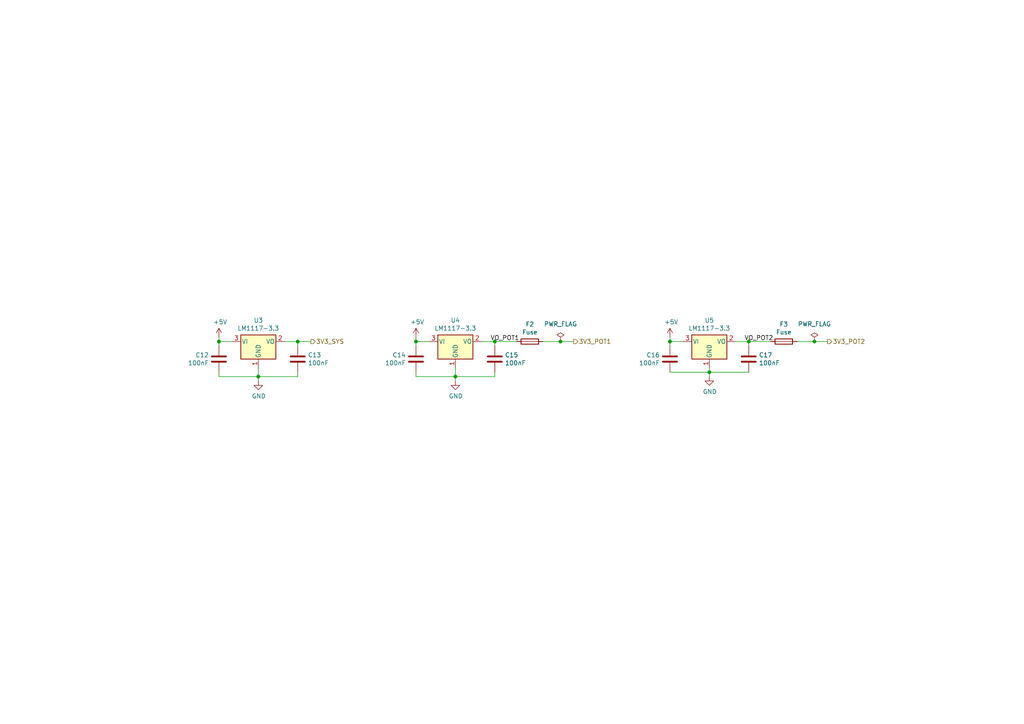
<source format=kicad_sch>
(kicad_sch (version 20230121) (generator eeschema)
  (paper "A4")
  (title_block (company "PUT Motorsport") (comment 1 "Patryk Gawron"))
  (lib_symbols
    (symbol "Device:C" (pin_numbers hide) (pin_names (offset 0.254))
      (property "Reference" "C" (at 0.635 2.54 0))
      (property "Value" "C" (at 0.635 -2.54 0))
      (symbol "C_0_1"
        (polyline (pts (xy -2.032 -0.762) (xy 2.032 -0.762)) (stroke (width 0.508)))
        (polyline (pts (xy -2.032 0.762) (xy 2.032 0.762)) (stroke (width 0.508)))
      )
      (symbol "C_1_1"
        (pin passive line (at 0 3.81 270) (length 2.794) (name "~") (number "1"))
        (pin passive line (at 0 -3.81 90) (length 2.794) (name "~") (number "2"))
      )
    )
    (symbol "Device:Fuse" (pin_numbers hide) (pin_names (offset 0))
      (property "Reference" "F" (at 2.032 0 90))
      (property "Value" "Fuse" (at -1.905 0 90))
      (symbol "Fuse_0_1"
        (rectangle (start -0.762 -2.54) (end 0.762 2.54) (stroke (width 0.254)))
        (polyline (pts (xy 0 2.54) (xy 0 -2.54)))
      )
      (symbol "Fuse_1_1"
        (pin passive line (at 0 3.81 270) (length 1.27) (name "~") (number "1"))
        (pin passive line (at 0 -3.81 90) (length 1.27) (name "~") (number "2"))
      )
    )
    (symbol "Regulator_Linear:LM1117-3.3" (pin_names (offset 0.254))
      (property "Reference" "U" (at -3.81 3.175 0))
      (property "Value" "LM1117-3.3" (at 0 3.175 0))
      (symbol "LM1117-3.3_0_1"
        (rectangle (start -5.08 -5.08) (end 5.08 1.905) (stroke (width 0.254)) (fill (type background)))
      )
      (symbol "LM1117-3.3_1_1"
        (pin power_in line (at 0 -7.62 90) (length 2.54) (name "GND") (number "1"))
        (pin power_out line (at 7.62 0 180) (length 2.54) (name "VO") (number "2"))
        (pin power_in line (at -7.62 0 0) (length 2.54) (name "VI") (number "3"))
      )
    )
    (symbol "power:+5V" (power) (pin_names (offset 0))
      (property "Value" "+5V" (at 0 3.556 0))
      (symbol "+5V_0_1"
        (polyline (pts (xy -0.762 1.27) (xy 0 2.54)))
        (polyline (pts (xy 0 0) (xy 0 2.54)))
        (polyline (pts (xy 0 2.54) (xy 0.762 1.27)))
      )
      (symbol "+5V_1_1"
        (pin power_in line (at 0 0 90) (length 0) hide (name "+5V") (number "1"))
      )
    )
    (symbol "power:GND" (power) (pin_names (offset 0))
      (property "Value" "GND" (at 0 -3.81 0))
      (symbol "GND_0_1"
        (polyline (pts (xy 0 0) (xy 0 -1.27) (xy 1.27 -1.27) (xy 0 -2.54) (xy -1.27 -1.27) (xy 0 -1.27)))
      )
      (symbol "GND_1_1"
        (pin power_in line (at 0 0 270) (length 0) hide (name "GND") (number "1"))
      )
    )
    (symbol "power:PWR_FLAG" (power) (pin_numbers hide) (pin_names (offset 0) hide)
      (property "Value" "PWR_FLAG" (at 0 3.81 0))
      (symbol "PWR_FLAG_0_0"
        (pin power_out line (at 0 0 90) (length 0) (name "pwr") (number "1"))
      )
      (symbol "PWR_FLAG_0_1"
        (polyline (pts (xy 0 0) (xy 0 1.27) (xy -1.016 1.905) (xy 0 2.54) (xy 1.016 1.905) (xy 0 1.27)))
      )
    )
  )
  (junction (at 120.65 99.06))
  (junction (at 63.5 99.06))
  (junction (at 217.17 99.06))
  (junction (at 143.51 99.06))
  (junction (at 74.93 109.22))
  (junction (at 205.74 107.95))
  (junction (at 162.56 99.06))
  (junction (at 236.22 99.06))
  (junction (at 86.36 99.06))
  (junction (at 194.31 99.06))
  (junction (at 132.08 109.22))
  (wire (pts (xy 205.74 106.68) (xy 205.74 107.95)))
  (wire (pts (xy 86.36 109.22) (xy 74.93 109.22)))
  (wire (pts (xy 149.86 99.06) (xy 143.51 99.06)))
  (wire (pts (xy 194.31 99.06) (xy 194.31 100.33)))
  (wire (pts (xy 120.65 109.22) (xy 132.08 109.22)))
  (wire (pts (xy 90.17 99.06) (xy 86.36 99.06)))
  (wire (pts (xy 198.12 99.06) (xy 194.31 99.06)))
  (wire (pts (xy 143.51 109.22) (xy 143.51 107.95)))
  (wire (pts (xy 132.08 106.68) (xy 132.08 109.22)))
  (wire (pts (xy 162.56 99.06) (xy 166.37 99.06)))
  (wire (pts (xy 157.48 99.06) (xy 162.56 99.06)))
  (wire (pts (xy 217.17 107.95) (xy 205.74 107.95)))
  (wire (pts (xy 132.08 109.22) (xy 132.08 110.49)))
  (wire (pts (xy 67.31 99.06) (xy 63.5 99.06)))
  (wire (pts (xy 213.36 99.06) (xy 217.17 99.06)))
  (wire (pts (xy 194.31 97.79) (xy 194.31 99.06)))
  (wire (pts (xy 223.52 99.06) (xy 217.17 99.06)))
  (wire (pts (xy 194.31 107.95) (xy 205.74 107.95)))
  (wire (pts (xy 86.36 109.22) (xy 86.36 107.95)))
  (wire (pts (xy 205.74 107.95) (xy 205.74 109.22)))
  (wire (pts (xy 217.17 99.06) (xy 217.17 100.33)))
  (wire (pts (xy 120.65 97.79) (xy 120.65 99.06)))
  (wire (pts (xy 74.93 106.68) (xy 74.93 109.22)))
  (wire (pts (xy 82.55 99.06) (xy 86.36 99.06)))
  (wire (pts (xy 231.14 99.06) (xy 236.22 99.06)))
  (wire (pts (xy 63.5 109.22) (xy 74.93 109.22)))
  (wire (pts (xy 143.51 99.06) (xy 143.51 100.33)))
  (wire (pts (xy 86.36 99.06) (xy 86.36 100.33)))
  (wire (pts (xy 124.46 99.06) (xy 120.65 99.06)))
  (wire (pts (xy 74.93 109.22) (xy 74.93 110.49)))
  (wire (pts (xy 63.5 97.79) (xy 63.5 99.06)))
  (wire (pts (xy 63.5 109.22) (xy 63.5 107.95)))
  (wire (pts (xy 120.65 99.06) (xy 120.65 100.33)))
  (wire (pts (xy 143.51 109.22) (xy 132.08 109.22)))
  (wire (pts (xy 236.22 99.06) (xy 240.03 99.06)))
  (wire (pts (xy 63.5 99.06) (xy 63.5 100.33)))
  (wire (pts (xy 139.7 99.06) (xy 143.51 99.06)))
  (wire (pts (xy 120.65 109.22) (xy 120.65 107.95)))
  (label "VO_POT1" (at 142.24 99.06 0))
  (label "VO_POT2" (at 215.9 99.06 0))
  (hierarchical_label "3V3_POT1" (shape output) (at 166.37 99.06 0))
  (hierarchical_label "3V3_POT2" (shape output) (at 240.03 99.06 0))
  (hierarchical_label "3V3_SYS" (shape output) (at 90.17 99.06 0))
  (symbol (lib_id "power:GND") (at 74.93 110.49 0) (unit 1)
    (property "Reference" "#PWR014" (effects hide))
    (property "Value" "GND" (at 75.057 114.8842 0))
  )
  (symbol (lib_id "power:+5V") (at 63.5 97.79 0) (unit 1)
    (property "Reference" "#PWR013" (effects hide))
    (property "Value" "+5V" (at 63.881 93.3958 0))
  )
  (symbol (lib_id "Regulator_Linear:LM1117-3.3") (at 74.93 99.06 0) (unit 1)
    (property "Reference" "U3" (at 74.93 92.9132 0))
    (property "Value" "LM1117-3.3" (at 74.93 95.2246 0))
    (property "Footprint" "Package_TO_SOT_SMD:SOT-223-3_TabPin2" (effects hide))
    (property "Datasheet" "http://www.ti.com/lit/ds/symlink/lm1117.pdf" (effects hide))
  )
  (symbol (lib_id "Device:C") (at 86.36 104.14 0) (unit 1)
    (property "Reference" "C13" (at 89.281 102.9716 0) (effects (justify left)))
    (property "Value" "100nF" (at 89.281 105.283 0) (effects (justify left)))
    (property "Footprint" "Capacitor_SMD:C_0603_1608Metric_Pad1.08x0.95mm_HandSolder" (effects hide))
  )
  (symbol (lib_id "Device:C") (at 63.5 104.14 0) (mirror y) (unit 1)
    (property "Reference" "C12" (at 60.579 102.9716 0) (effects (justify left)))
    (property "Value" "100nF" (at 60.579 105.283 0) (effects (justify left)))
    (property "Footprint" "Capacitor_SMD:C_0603_1608Metric_Pad1.08x0.95mm_HandSolder" (effects hide))
  )
  (symbol (lib_id "power:GND") (at 132.08 110.49 0) (unit 1)
    (property "Reference" "#PWR016" (effects hide))
    (property "Value" "GND" (at 132.207 114.8842 0))
  )
  (symbol (lib_id "power:+5V") (at 120.65 97.79 0) (unit 1)
    (property "Reference" "#PWR015" (effects hide))
    (property "Value" "+5V" (at 121.031 93.3958 0))
  )
  (symbol (lib_id "Regulator_Linear:LM1117-3.3") (at 132.08 99.06 0) (unit 1)
    (property "Reference" "U4" (at 132.08 92.9132 0))
    (property "Value" "LM1117-3.3" (at 132.08 95.2246 0))
    (property "Footprint" "Package_TO_SOT_SMD:SOT-223-3_TabPin2" (effects hide))
    (property "Datasheet" "http://www.ti.com/lit/ds/symlink/lm1117.pdf" (effects hide))
  )
  (symbol (lib_id "Device:C") (at 143.51 104.14 0) (unit 1)
    (property "Reference" "C15" (at 146.431 102.9716 0) (effects (justify left)))
    (property "Value" "100nF" (at 146.431 105.283 0) (effects (justify left)))
    (property "Footprint" "Capacitor_SMD:C_0603_1608Metric_Pad1.08x0.95mm_HandSolder" (effects hide))
  )
  (symbol (lib_id "Device:C") (at 120.65 104.14 0) (mirror y) (unit 1)
    (property "Reference" "C14" (at 117.729 102.9716 0) (effects (justify left)))
    (property "Value" "100nF" (at 117.729 105.283 0) (effects (justify left)))
    (property "Footprint" "Capacitor_SMD:C_0603_1608Metric_Pad1.08x0.95mm_HandSolder" (effects hide))
  )
  (symbol (lib_id "power:GND") (at 205.74 109.22 0) (unit 1)
    (property "Reference" "#PWR018" (effects hide))
    (property "Value" "GND" (at 205.867 113.6142 0))
  )
  (symbol (lib_id "power:+5V") (at 194.31 97.79 0) (unit 1)
    (property "Reference" "#PWR017" (effects hide))
    (property "Value" "+5V" (at 194.691 93.3958 0))
  )
  (symbol (lib_id "Regulator_Linear:LM1117-3.3") (at 205.74 99.06 0) (unit 1)
    (property "Reference" "U5" (at 205.74 92.9132 0))
    (property "Value" "LM1117-3.3" (at 205.74 95.2246 0))
    (property "Footprint" "Package_TO_SOT_SMD:SOT-223-3_TabPin2" (effects hide))
    (property "Datasheet" "http://www.ti.com/lit/ds/symlink/lm1117.pdf" (effects hide))
  )
  (symbol (lib_id "Device:C") (at 217.17 104.14 0) (unit 1)
    (property "Reference" "C17" (at 220.091 102.9716 0) (effects (justify left)))
    (property "Value" "100nF" (at 220.091 105.283 0) (effects (justify left)))
    (property "Footprint" "Capacitor_SMD:C_0603_1608Metric_Pad1.08x0.95mm_HandSolder" (effects hide))
  )
  (symbol (lib_id "Device:C") (at 194.31 104.14 0) (mirror y) (unit 1)
    (property "Reference" "C16" (at 191.389 102.9716 0) (effects (justify left)))
    (property "Value" "100nF" (at 191.389 105.283 0) (effects (justify left)))
    (property "Footprint" "Capacitor_SMD:C_0603_1608Metric_Pad1.08x0.95mm_HandSolder" (effects hide))
  )
  (symbol (lib_id "Device:Fuse") (at 153.67 99.06 270) (unit 1)
    (property "Reference" "F2" (at 153.67 94.0562 90))
    (property "Value" "Fuse" (at 153.67 96.3676 90))
    (property "Footprint" "Fuse:Fuse_2010_5025Metric" (effects hide))
  )
  (symbol (lib_id "Device:Fuse") (at 227.33 99.06 270) (unit 1)
    (property "Reference" "F3" (at 227.33 94.0562 90))
    (property "Value" "Fuse" (at 227.33 96.3676 90))
    (property "Footprint" "Fuse:Fuse_2010_5025Metric" (effects hide))
  )
  (symbol (lib_id "power:PWR_FLAG") (at 236.22 99.06 0) (unit 1)
    (property "Reference" "#FLG0107" (effects hide))
    (property "Value" "PWR_FLAG" (at 236.22 93.98 0))
  )
  (symbol (lib_id "power:PWR_FLAG") (at 162.56 99.06 0) (unit 1)
    (property "Reference" "#FLG0106" (effects hide))
    (property "Value" "PWR_FLAG" (at 162.56 93.98 0))
  )
)
</source>
